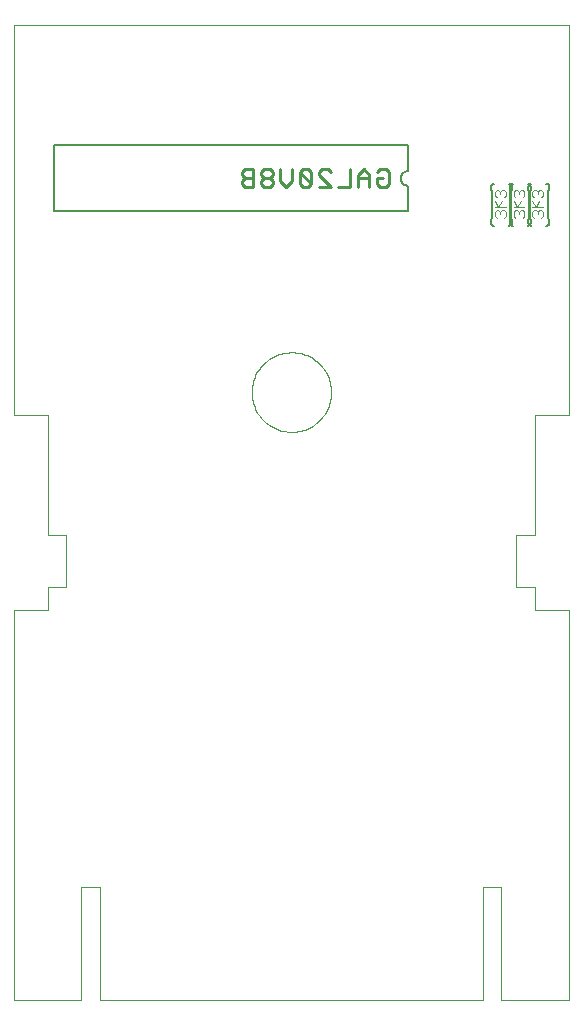
<source format=gbo>
G75*
%MOIN*%
%OFA0B0*%
%FSLAX24Y24*%
%IPPOS*%
%LPD*%
%AMOC8*
5,1,8,0,0,1.08239X$1,22.5*
%
%ADD10C,0.0000*%
%ADD11C,0.0060*%
%ADD12C,0.0110*%
%ADD13C,0.0040*%
D10*
X000180Y002550D02*
X002430Y002550D01*
X002430Y006300D01*
X003055Y006300D01*
X003055Y002550D01*
X015805Y002550D01*
X015805Y006300D01*
X016430Y006300D01*
X016430Y002550D01*
X018680Y002550D01*
X018680Y015550D01*
X017555Y015550D01*
X017555Y016300D01*
X016930Y016300D01*
X016930Y018050D01*
X017555Y018050D01*
X017555Y022050D01*
X018680Y022050D01*
X018680Y035050D01*
X000180Y035050D01*
X000180Y022050D01*
X001305Y022050D01*
X001305Y018050D01*
X001930Y018050D01*
X001930Y016300D01*
X001305Y016300D01*
X001305Y015550D01*
X000180Y015550D01*
X000180Y002550D01*
X008105Y022800D02*
X008107Y022872D01*
X008113Y022944D01*
X008123Y023016D01*
X008137Y023087D01*
X008154Y023157D01*
X008176Y023227D01*
X008201Y023294D01*
X008230Y023361D01*
X008262Y023426D01*
X008298Y023488D01*
X008337Y023549D01*
X008380Y023608D01*
X008425Y023664D01*
X008474Y023718D01*
X008526Y023768D01*
X008580Y023816D01*
X008637Y023861D01*
X008696Y023903D01*
X008757Y023941D01*
X008820Y023976D01*
X008886Y024008D01*
X008952Y024036D01*
X009021Y024060D01*
X009090Y024081D01*
X009160Y024097D01*
X009232Y024110D01*
X009304Y024119D01*
X009376Y024124D01*
X009448Y024125D01*
X009520Y024122D01*
X009592Y024115D01*
X009664Y024104D01*
X009735Y024089D01*
X009805Y024071D01*
X009874Y024048D01*
X009941Y024022D01*
X010007Y023993D01*
X010071Y023959D01*
X010134Y023923D01*
X010194Y023882D01*
X010252Y023839D01*
X010308Y023793D01*
X010360Y023743D01*
X010411Y023691D01*
X010458Y023636D01*
X010502Y023579D01*
X010543Y023519D01*
X010580Y023457D01*
X010615Y023393D01*
X010645Y023328D01*
X010672Y023261D01*
X010696Y023192D01*
X010715Y023122D01*
X010731Y023052D01*
X010743Y022980D01*
X010751Y022908D01*
X010755Y022836D01*
X010755Y022764D01*
X010751Y022692D01*
X010743Y022620D01*
X010731Y022548D01*
X010715Y022478D01*
X010696Y022408D01*
X010672Y022339D01*
X010645Y022272D01*
X010615Y022207D01*
X010580Y022143D01*
X010543Y022081D01*
X010502Y022021D01*
X010458Y021964D01*
X010411Y021909D01*
X010360Y021857D01*
X010308Y021807D01*
X010252Y021761D01*
X010194Y021718D01*
X010134Y021677D01*
X010071Y021641D01*
X010007Y021607D01*
X009941Y021578D01*
X009874Y021552D01*
X009805Y021529D01*
X009735Y021511D01*
X009664Y021496D01*
X009592Y021485D01*
X009520Y021478D01*
X009448Y021475D01*
X009376Y021476D01*
X009304Y021481D01*
X009232Y021490D01*
X009160Y021503D01*
X009090Y021519D01*
X009021Y021540D01*
X008952Y021564D01*
X008886Y021592D01*
X008820Y021624D01*
X008757Y021659D01*
X008696Y021697D01*
X008637Y021739D01*
X008580Y021784D01*
X008526Y021832D01*
X008474Y021882D01*
X008425Y021936D01*
X008380Y021992D01*
X008337Y022051D01*
X008298Y022112D01*
X008262Y022174D01*
X008230Y022239D01*
X008201Y022306D01*
X008176Y022373D01*
X008154Y022443D01*
X008137Y022513D01*
X008123Y022584D01*
X008113Y022656D01*
X008107Y022728D01*
X008105Y022800D01*
D11*
X013330Y028825D02*
X001530Y028825D01*
X001530Y031025D01*
X013330Y031025D01*
X013330Y030175D01*
X013300Y030173D01*
X013270Y030168D01*
X013241Y030159D01*
X013214Y030146D01*
X013188Y030131D01*
X013164Y030112D01*
X013143Y030091D01*
X013124Y030067D01*
X013109Y030041D01*
X013096Y030014D01*
X013087Y029985D01*
X013082Y029955D01*
X013080Y029925D01*
X013082Y029895D01*
X013087Y029865D01*
X013096Y029836D01*
X013109Y029809D01*
X013124Y029783D01*
X013143Y029759D01*
X013164Y029738D01*
X013188Y029719D01*
X013214Y029704D01*
X013241Y029691D01*
X013270Y029682D01*
X013300Y029677D01*
X013330Y029675D01*
X013330Y028825D01*
X016080Y028550D02*
X016080Y028450D01*
X016080Y028550D02*
X016130Y028600D01*
X016130Y029500D01*
X016080Y029550D01*
X016080Y029650D01*
X016082Y029667D01*
X016086Y029684D01*
X016093Y029700D01*
X016103Y029714D01*
X016116Y029727D01*
X016130Y029737D01*
X016146Y029744D01*
X016163Y029748D01*
X016180Y029750D01*
X016680Y029750D02*
X016697Y029748D01*
X016714Y029744D01*
X016730Y029737D01*
X016744Y029727D01*
X016757Y029714D01*
X016767Y029700D01*
X016774Y029684D01*
X016778Y029667D01*
X016780Y029650D01*
X016780Y029550D01*
X016730Y029500D01*
X016730Y028600D01*
X016780Y028550D01*
X016780Y028450D01*
X016705Y028450D02*
X016707Y028433D01*
X016711Y028416D01*
X016718Y028400D01*
X016728Y028386D01*
X016741Y028373D01*
X016755Y028363D01*
X016771Y028356D01*
X016788Y028352D01*
X016805Y028350D01*
X016705Y028450D02*
X016705Y028550D01*
X016755Y028600D01*
X016755Y029500D01*
X016705Y029550D01*
X016705Y029650D01*
X016707Y029667D01*
X016711Y029684D01*
X016718Y029700D01*
X016728Y029714D01*
X016741Y029727D01*
X016755Y029737D01*
X016771Y029744D01*
X016788Y029748D01*
X016805Y029750D01*
X017305Y029750D02*
X017322Y029748D01*
X017339Y029744D01*
X017355Y029737D01*
X017369Y029727D01*
X017382Y029714D01*
X017392Y029700D01*
X017399Y029684D01*
X017403Y029667D01*
X017405Y029650D01*
X017405Y029550D01*
X017355Y029500D01*
X017355Y028600D01*
X017405Y028550D01*
X017405Y028450D01*
X017330Y028450D02*
X017332Y028433D01*
X017336Y028416D01*
X017343Y028400D01*
X017353Y028386D01*
X017366Y028373D01*
X017380Y028363D01*
X017396Y028356D01*
X017413Y028352D01*
X017430Y028350D01*
X017330Y028450D02*
X017330Y028550D01*
X017380Y028600D01*
X017380Y029500D01*
X017330Y029550D01*
X017330Y029650D01*
X017332Y029667D01*
X017336Y029684D01*
X017343Y029700D01*
X017353Y029714D01*
X017366Y029727D01*
X017380Y029737D01*
X017396Y029744D01*
X017413Y029748D01*
X017430Y029750D01*
X017930Y029750D02*
X017947Y029748D01*
X017964Y029744D01*
X017980Y029737D01*
X017994Y029727D01*
X018007Y029714D01*
X018017Y029700D01*
X018024Y029684D01*
X018028Y029667D01*
X018030Y029650D01*
X018030Y029550D01*
X017980Y029500D01*
X017980Y028600D01*
X018030Y028550D01*
X018030Y028450D01*
X018028Y028433D01*
X018024Y028416D01*
X018017Y028400D01*
X018007Y028386D01*
X017994Y028373D01*
X017980Y028363D01*
X017964Y028356D01*
X017947Y028352D01*
X017930Y028350D01*
X017405Y028450D02*
X017403Y028433D01*
X017399Y028416D01*
X017392Y028400D01*
X017382Y028386D01*
X017369Y028373D01*
X017355Y028363D01*
X017339Y028356D01*
X017322Y028352D01*
X017305Y028350D01*
X016780Y028450D02*
X016778Y028433D01*
X016774Y028416D01*
X016767Y028400D01*
X016757Y028386D01*
X016744Y028373D01*
X016730Y028363D01*
X016714Y028356D01*
X016697Y028352D01*
X016680Y028350D01*
X016180Y028350D02*
X016163Y028352D01*
X016146Y028356D01*
X016130Y028363D01*
X016116Y028373D01*
X016103Y028386D01*
X016093Y028400D01*
X016086Y028416D01*
X016082Y028433D01*
X016080Y028450D01*
D12*
X012675Y029728D02*
X012577Y029630D01*
X012380Y029630D01*
X012281Y029728D01*
X012281Y029925D01*
X012478Y029925D01*
X012675Y030122D02*
X012675Y029728D01*
X012675Y030122D02*
X012577Y030221D01*
X012380Y030221D01*
X012281Y030122D01*
X012030Y030024D02*
X012030Y029630D01*
X012030Y029925D02*
X011637Y029925D01*
X011637Y030024D02*
X011637Y029630D01*
X011637Y030024D02*
X011834Y030221D01*
X012030Y030024D01*
X011386Y030221D02*
X011386Y029630D01*
X010992Y029630D01*
X010741Y029630D02*
X010348Y030024D01*
X010348Y030122D01*
X010446Y030221D01*
X010643Y030221D01*
X010741Y030122D01*
X010741Y029630D02*
X010348Y029630D01*
X010097Y029728D02*
X010097Y030122D01*
X009998Y030221D01*
X009802Y030221D01*
X009703Y030122D01*
X010097Y029728D01*
X009998Y029630D01*
X009802Y029630D01*
X009703Y029728D01*
X009703Y030122D01*
X009452Y030221D02*
X009452Y029827D01*
X009255Y029630D01*
X009059Y029827D01*
X009059Y030221D01*
X008808Y030122D02*
X008808Y030024D01*
X008709Y029925D01*
X008512Y029925D01*
X008414Y029827D01*
X008414Y029728D01*
X008512Y029630D01*
X008709Y029630D01*
X008808Y029728D01*
X008808Y029827D01*
X008709Y029925D01*
X008512Y029925D02*
X008414Y030024D01*
X008414Y030122D01*
X008512Y030221D01*
X008709Y030221D01*
X008808Y030122D01*
X008163Y030221D02*
X008163Y029630D01*
X007868Y029630D01*
X007769Y029728D01*
X007769Y029827D01*
X007868Y029925D01*
X008163Y029925D01*
X007868Y029925D02*
X007769Y030024D01*
X007769Y030122D01*
X007868Y030221D01*
X008163Y030221D01*
D13*
X016210Y029472D02*
X016210Y029352D01*
X016270Y029292D01*
X016210Y029165D02*
X016330Y028985D01*
X016450Y029165D01*
X016510Y029292D02*
X016570Y029352D01*
X016570Y029472D01*
X016510Y029532D01*
X016450Y029532D01*
X016390Y029472D01*
X016330Y029532D01*
X016270Y029532D01*
X016210Y029472D01*
X016390Y029472D02*
X016390Y029412D01*
X016210Y028985D02*
X016570Y028985D01*
X016510Y028857D02*
X016450Y028857D01*
X016390Y028797D01*
X016330Y028857D01*
X016270Y028857D01*
X016210Y028797D01*
X016210Y028676D01*
X016270Y028616D01*
X016390Y028737D02*
X016390Y028797D01*
X016510Y028857D02*
X016570Y028797D01*
X016570Y028676D01*
X016510Y028616D01*
X016835Y028676D02*
X016895Y028616D01*
X016835Y028676D02*
X016835Y028797D01*
X016895Y028857D01*
X016955Y028857D01*
X017015Y028797D01*
X017015Y028737D01*
X017015Y028797D02*
X017075Y028857D01*
X017135Y028857D01*
X017195Y028797D01*
X017195Y028676D01*
X017135Y028616D01*
X017460Y028676D02*
X017520Y028616D01*
X017460Y028676D02*
X017460Y028797D01*
X017520Y028857D01*
X017580Y028857D01*
X017640Y028797D01*
X017640Y028737D01*
X017640Y028797D02*
X017700Y028857D01*
X017760Y028857D01*
X017820Y028797D01*
X017820Y028676D01*
X017760Y028616D01*
X017820Y028985D02*
X017460Y028985D01*
X017580Y028985D02*
X017460Y029165D01*
X017520Y029292D02*
X017460Y029352D01*
X017460Y029472D01*
X017520Y029532D01*
X017580Y029532D01*
X017640Y029472D01*
X017640Y029412D01*
X017640Y029472D02*
X017700Y029532D01*
X017760Y029532D01*
X017820Y029472D01*
X017820Y029352D01*
X017760Y029292D01*
X017700Y029165D02*
X017580Y028985D01*
X017195Y028985D02*
X016835Y028985D01*
X016955Y028985D02*
X016835Y029165D01*
X016895Y029292D02*
X016835Y029352D01*
X016835Y029472D01*
X016895Y029532D01*
X016955Y029532D01*
X017015Y029472D01*
X017015Y029412D01*
X017015Y029472D02*
X017075Y029532D01*
X017135Y029532D01*
X017195Y029472D01*
X017195Y029352D01*
X017135Y029292D01*
X017075Y029165D02*
X016955Y028985D01*
M02*

</source>
